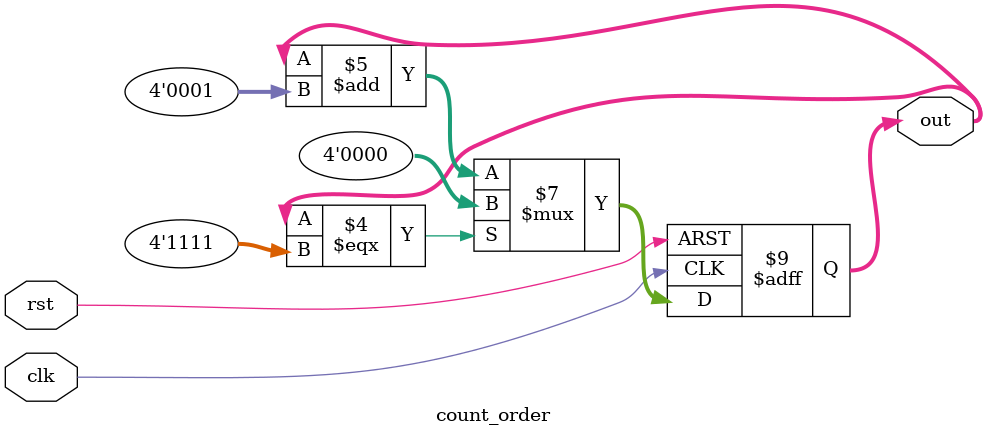
<source format=v>
module count_order (
    input clk, rst,
    output reg [3:0] out
);
    always @(negedge clk or negedge rst) begin
        if (!rst) 
            out <= 4'h0;
        else if(!clk) begin
            if (out === 4'hF)
                out <= 4'h0;
            else
                out <= out + 4'h1;
        end
    end
endmodule
</source>
